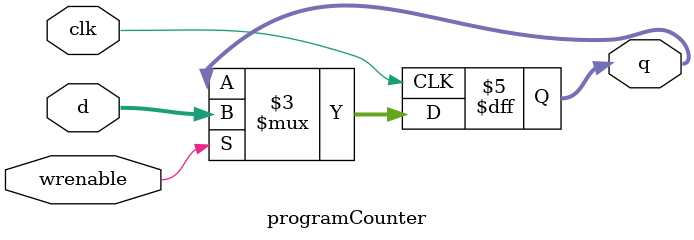
<source format=v>
/*
* D-Flip Flop module
*/

module programCounter
   (
    input [31:0] d,
    input  clk,
    input wrenable,
    output reg [31:0] q
    );

   always @(posedge clk) begin
    if(wrenable) begin
        q <= d;
    end
    end

    initial begin
      q = 32'b0;
    end
endmodule

</source>
